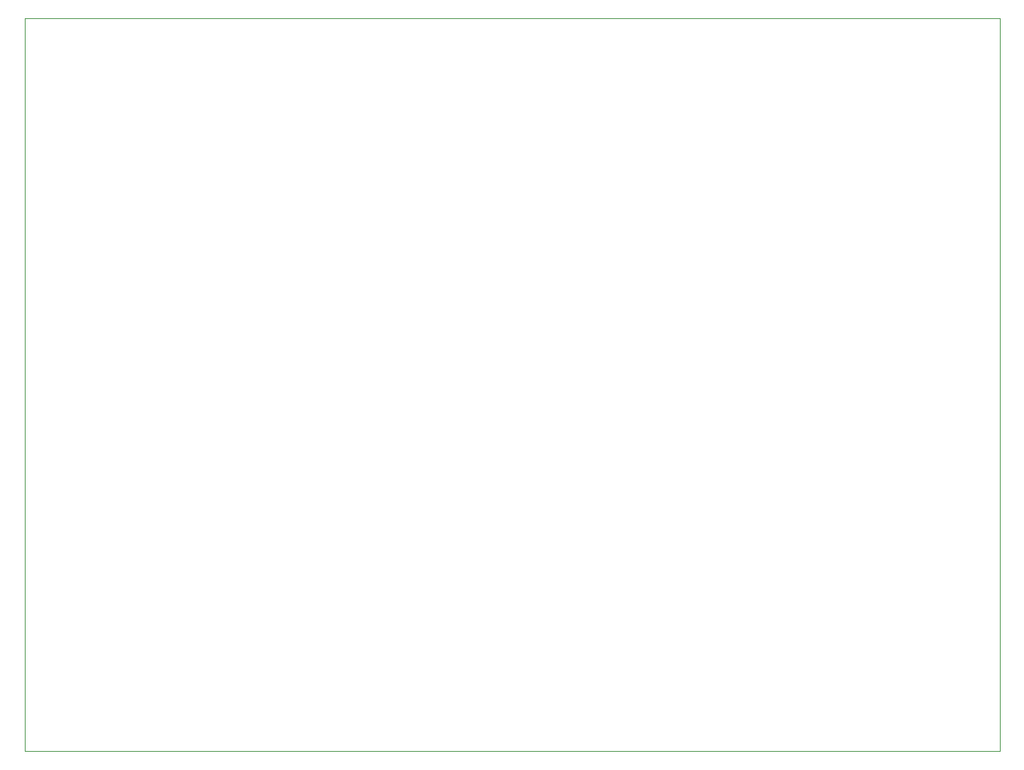
<source format=gm1>
%TF.GenerationSoftware,KiCad,Pcbnew,(6.0.7)*%
%TF.CreationDate,2023-11-16T10:53:28-06:00*%
%TF.ProjectId,Robot_arm,526f626f-745f-4617-926d-2e6b69636164,rev?*%
%TF.SameCoordinates,Original*%
%TF.FileFunction,Profile,NP*%
%FSLAX46Y46*%
G04 Gerber Fmt 4.6, Leading zero omitted, Abs format (unit mm)*
G04 Created by KiCad (PCBNEW (6.0.7)) date 2023-11-16 10:53:28*
%MOMM*%
%LPD*%
G01*
G04 APERTURE LIST*
%TA.AperFunction,Profile*%
%ADD10C,0.100000*%
%TD*%
G04 APERTURE END LIST*
D10*
X179000000Y-126500000D02*
X66000000Y-126500000D01*
X66000000Y-41500000D01*
X179000000Y-41500000D01*
X179000000Y-126500000D01*
M02*

</source>
